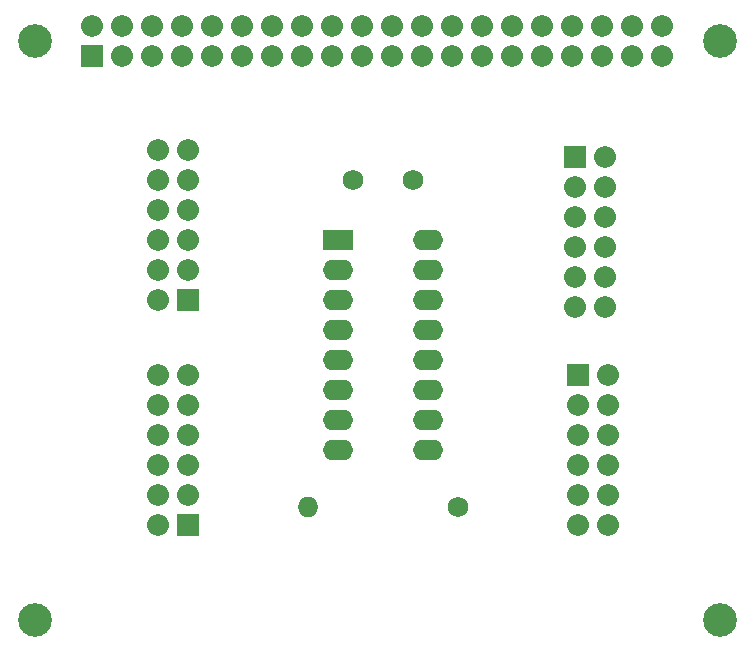
<source format=gbr>
G04 #@! TF.GenerationSoftware,KiCad,Pcbnew,(5.1.5)-3*
G04 #@! TF.CreationDate,2021-03-10T17:58:51-05:00*
G04 #@! TF.ProjectId,RPI_SPI8,5250495f-5350-4493-982e-6b696361645f,X1*
G04 #@! TF.SameCoordinates,Original*
G04 #@! TF.FileFunction,Soldermask,Top*
G04 #@! TF.FilePolarity,Negative*
%FSLAX46Y46*%
G04 Gerber Fmt 4.6, Leading zero omitted, Abs format (unit mm)*
G04 Created by KiCad (PCBNEW (5.1.5)-3) date 2021-03-10 17:58:51*
%MOMM*%
%LPD*%
G04 APERTURE LIST*
%ADD10O,1.852400X1.852400*%
%ADD11R,1.852400X1.852400*%
%ADD12C,2.852400*%
%ADD13R,2.552400X1.752400*%
%ADD14O,2.552400X1.752400*%
%ADD15C,1.752400*%
%ADD16O,1.752400X1.752400*%
G04 APERTURE END LIST*
D10*
X13970000Y-31750000D03*
X16510000Y-31750000D03*
X13970000Y-34290000D03*
X16510000Y-34290000D03*
X13970000Y-36830000D03*
X16510000Y-36830000D03*
X13970000Y-39370000D03*
X16510000Y-39370000D03*
X13970000Y-41910000D03*
X16510000Y-41910000D03*
X13970000Y-44450000D03*
D11*
X16510000Y-44450000D03*
D10*
X56630000Y-2230000D03*
X56630000Y-4770000D03*
X54090000Y-2230000D03*
X54090000Y-4770000D03*
X51550000Y-2230000D03*
X51550000Y-4770000D03*
X49010000Y-2230000D03*
X49010000Y-4770000D03*
X46470000Y-2230000D03*
X46470000Y-4770000D03*
X43930000Y-2230000D03*
X43930000Y-4770000D03*
X41390000Y-2230000D03*
X41390000Y-4770000D03*
X38850000Y-2230000D03*
X38850000Y-4770000D03*
X36310000Y-2230000D03*
X36310000Y-4770000D03*
X33770000Y-2230000D03*
X33770000Y-4770000D03*
X31230000Y-2230000D03*
X31230000Y-4770000D03*
X28690000Y-2230000D03*
X28690000Y-4770000D03*
X26150000Y-2230000D03*
X26150000Y-4770000D03*
X23610000Y-2230000D03*
X23610000Y-4770000D03*
X21070000Y-2230000D03*
X21070000Y-4770000D03*
X18530000Y-2230000D03*
X18530000Y-4770000D03*
X15990000Y-2230000D03*
X15990000Y-4770000D03*
X13450000Y-2230000D03*
X13450000Y-4770000D03*
X10910000Y-2230000D03*
X10910000Y-4770000D03*
X8370000Y-2230000D03*
D11*
X8370000Y-4770000D03*
D12*
X3500000Y-3500000D03*
X61500000Y-3500000D03*
X3500000Y-52500000D03*
X61500000Y-52500000D03*
D11*
X49530000Y-31750000D03*
D10*
X52070000Y-31750000D03*
X49530000Y-34290000D03*
X52070000Y-34290000D03*
X49530000Y-36830000D03*
X52070000Y-36830000D03*
X49530000Y-39370000D03*
X52070000Y-39370000D03*
X49530000Y-41910000D03*
X52070000Y-41910000D03*
X49530000Y-44450000D03*
X52070000Y-44450000D03*
D11*
X49200000Y-13300000D03*
D10*
X51740000Y-13300000D03*
X49200000Y-15840000D03*
X51740000Y-15840000D03*
X49200000Y-18380000D03*
X51740000Y-18380000D03*
X49200000Y-20920000D03*
X51740000Y-20920000D03*
X49200000Y-23460000D03*
X51740000Y-23460000D03*
X49200000Y-26000000D03*
X51740000Y-26000000D03*
D13*
X29210000Y-20320000D03*
D14*
X36830000Y-38100000D03*
X29210000Y-22860000D03*
X36830000Y-35560000D03*
X29210000Y-25400000D03*
X36830000Y-33020000D03*
X29210000Y-27940000D03*
X36830000Y-30480000D03*
X29210000Y-30480000D03*
X36830000Y-27940000D03*
X29210000Y-33020000D03*
X36830000Y-25400000D03*
X29210000Y-35560000D03*
X36830000Y-22860000D03*
X29210000Y-38100000D03*
X36830000Y-20320000D03*
D15*
X30480000Y-15240000D03*
X35480000Y-15240000D03*
X39370000Y-42926000D03*
D16*
X26670000Y-42926000D03*
D11*
X16510000Y-25400000D03*
D10*
X13970000Y-25400000D03*
X16510000Y-22860000D03*
X13970000Y-22860000D03*
X16510000Y-20320000D03*
X13970000Y-20320000D03*
X16510000Y-17780000D03*
X13970000Y-17780000D03*
X16510000Y-15240000D03*
X13970000Y-15240000D03*
X16510000Y-12700000D03*
X13970000Y-12700000D03*
M02*

</source>
